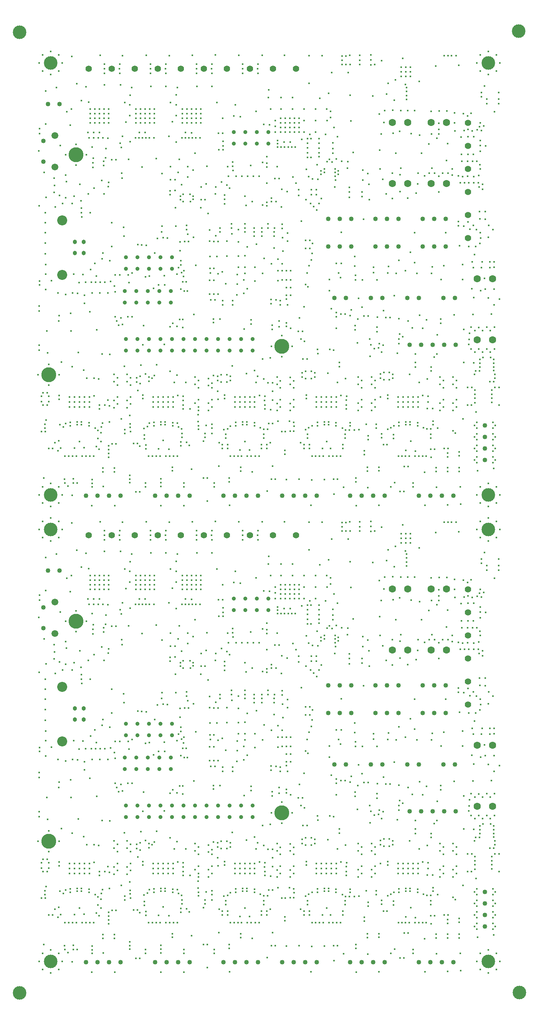
<source format=gbr>
G04 CAM350 V9.5 (Build 208) Date:  Tue Mar 07 15:27:19 2017 *
G04 Database: (Untitled) *
G04 Layer 1: drl *
%FSLAX24Y24*%
%MOIN*%
%SFA1.000B1.000*%

%MIA0B0*%
%IPPOS*%
%ADD10C,0.01500*%
%ADD11C,0.03543*%
%ADD12C,0.03800*%
%ADD13C,0.04000*%
%ADD14C,0.05500*%
%ADD15C,0.05900*%
%ADD16C,0.06300*%
%ADD17C,0.08700*%
%ADD18C,0.11811*%
%ADD19C,0.12992*%
%LNdrl*%
%LPD*%
G54D10*
X3339Y3339D03*
X3039Y4039D03*
X3339Y4739D03*
X3425Y5506D03*
X4039Y5039D03*
X4739Y4739D03*
X5259Y5079D03*
X5239Y5419D03*
X5979Y5439D03*
Y5089D03*
X6329D03*
X5509Y4829D03*
X5899Y4019D03*
X5039Y4039D03*
X4739Y3339D03*
X4039Y3039D03*
X7577Y3117D03*
X7629Y4749D03*
Y5069D03*
Y5389D03*
X8596Y4800D03*
X8559Y6069D03*
X9559D03*
X10889Y5749D03*
Y5429D03*
Y5109D03*
X11429Y4329D03*
X11759D03*
X12259Y4749D03*
Y5079D03*
X13579Y5119D03*
Y5439D03*
Y4799D03*
X13586Y3111D03*
X15589Y3124D03*
Y4749D03*
Y5079D03*
X16249Y6299D03*
X17289Y5529D03*
X17619D03*
X18209Y5089D03*
Y4759D03*
X19529Y5199D03*
Y5529D03*
X20539Y6119D03*
X21539Y6059D03*
X19554Y3155D03*
X17636Y3532D03*
X14589Y6139D03*
X9595Y3109D03*
X22839Y4388D03*
X23189Y5409D03*
X23519D03*
X24502Y5400D03*
X25583Y5405D03*
X26688Y5370D03*
X27806Y5404D03*
X28579Y5419D03*
X28909D03*
X29451Y4705D03*
X28631Y4105D03*
X30566Y3112D03*
X32532Y3147D03*
X31550Y4675D03*
X31539Y6109D03*
X32539Y6139D03*
X33889Y5129D03*
X33559Y4758D03*
X34349Y4339D03*
X34679D03*
X35489Y4749D03*
Y5079D03*
X36489Y6029D03*
X37489Y6089D03*
X37522Y4730D03*
X36515Y3138D03*
X30539Y5179D03*
Y5509D03*
X26624Y3150D03*
X38492Y3175D03*
X39619Y3248D03*
X39588Y4760D03*
X39489Y6099D03*
X38489Y6089D03*
X41099Y6159D03*
X42487Y6343D03*
X42039Y5039D03*
X42739Y4739D03*
X43039Y4039D03*
X42739Y3339D03*
X42039Y3039D03*
X41339Y3339D03*
X41039Y4039D03*
X41339Y4739D03*
X41009Y6839D03*
X40809Y7089D03*
X41019Y7339D03*
X41009Y7839D03*
X40809Y8089D03*
X41019Y8339D03*
X41009Y8839D03*
X40809Y9089D03*
X41019Y9339D03*
X41009Y9839D03*
X40809Y10089D03*
X41019Y10339D03*
X40962Y11244D03*
X40869Y12069D03*
Y12439D03*
Y12799D03*
Y13149D03*
X40579Y13399D03*
X40229D03*
X39259Y13349D03*
X38969Y13659D03*
X39259Y13973D03*
X38969Y14279D03*
X37819Y14283D03*
X38109Y13973D03*
X37819Y13659D03*
X38109Y13349D03*
Y12323D03*
X37819Y12013D03*
X38109Y11703D03*
X37819Y11389D03*
X38969D03*
X39259Y11703D03*
X38969Y12009D03*
X39259Y12323D03*
X40229Y11839D03*
X40569D03*
X39807Y10640D03*
X38949Y9629D03*
X39169Y9409D03*
X39489Y7779D03*
Y7449D03*
Y6429D03*
X38489Y6419D03*
Y7369D03*
Y7699D03*
X38519Y8099D03*
X38189D03*
X37609Y9859D03*
X42419Y9839D03*
X42629Y10089D03*
X42429Y10339D03*
Y9339D03*
X42629Y9089D03*
X42419Y8839D03*
X42429Y8339D03*
X42629Y8089D03*
X42419Y7839D03*
X42429Y7339D03*
X42629Y7089D03*
X42419Y6839D03*
X42309Y12099D03*
Y12439D03*
Y12789D03*
Y13139D03*
X42589Y13399D03*
X42959D03*
X42477Y13875D03*
X42157D03*
X42587Y14185D03*
Y14515D03*
X42497Y14845D03*
Y15165D03*
Y15485D03*
Y15805D03*
X42237Y15995D03*
X42199Y16449D03*
X41879Y16729D03*
X41539Y16449D03*
X41567Y15995D03*
X41287Y15815D03*
Y15485D03*
Y15155D03*
X41257Y14835D03*
X40937D03*
X40817Y14535D03*
X40746Y15537D03*
X39888Y15559D03*
X40539Y16719D03*
X40869Y16449D03*
X41206Y16725D03*
X40329Y17129D03*
X40349Y17559D03*
X40379Y18079D03*
X40539Y18605D03*
X40869Y18335D03*
X41206Y18599D03*
X41539Y18335D03*
X41879Y18605D03*
X42199Y18329D03*
X42549Y18605D03*
X42279Y19767D03*
X42513Y20566D03*
X42999Y21059D03*
X42040Y21154D03*
X41742Y21919D03*
X41354Y21796D03*
X40589Y21939D03*
X40743Y21204D03*
X40705Y19736D03*
X39056Y19692D03*
X37898Y19315D03*
X37886Y18946D03*
X39886Y18435D03*
X42546Y16725D03*
X42539Y21909D03*
X42949Y11839D03*
X37199Y11548D03*
X36719Y11549D03*
X36798Y12129D03*
Y12629D03*
X36326Y12674D03*
X35914Y12562D03*
Y12129D03*
Y11696D03*
X35481D03*
Y12129D03*
Y12562D03*
X35048D03*
Y12129D03*
Y11696D03*
X34615D03*
Y12129D03*
Y12562D03*
X34182D03*
Y12129D03*
Y11696D03*
X34265Y10339D03*
Y10069D03*
X33829D03*
X33569Y9899D03*
X33289Y9759D03*
X32749Y9339D03*
Y9009D03*
X32909Y8409D03*
X33209D03*
X33799Y8958D03*
Y9298D03*
X34869Y10139D03*
Y10399D03*
X35229D03*
X35239Y10139D03*
X35885Y10049D03*
Y10329D03*
X36395Y9889D03*
X36699Y9789D03*
X37015D03*
X37039Y9319D03*
Y8989D03*
X37035Y8021D03*
X37365D03*
X37049Y7329D03*
X36637Y7409D03*
X36310D03*
X35983D03*
X35657D03*
X35678Y7870D03*
X34853Y7905D03*
X34840Y7409D03*
X35167D03*
X34513D03*
X34209D03*
X34739Y6509D03*
X35069D03*
X35292Y8706D03*
X37219Y10159D03*
Y10469D03*
X36709Y14113D03*
X36029Y13829D03*
X35177Y14529D03*
X35688Y15148D03*
X35684Y15543D03*
X35687Y16294D03*
X34139Y16348D03*
X34250Y17199D03*
X34249Y17579D03*
X34333Y18029D03*
X34585Y17779D03*
X35413Y18542D03*
X36319Y18529D03*
X36653Y19245D03*
X36070Y19658D03*
X35057Y19171D03*
X34270Y19355D03*
X33478Y19468D03*
X33110Y19469D03*
X32377Y19495D03*
X31589Y19579D03*
X31209Y19588D03*
X30699Y19329D03*
X30470Y18762D03*
X30469Y18379D03*
X30659Y17254D03*
X31811Y17077D03*
X31719Y17599D03*
X32545Y17194D03*
X32490Y16831D03*
X32125Y16738D03*
X32749Y16449D03*
X32889Y17049D03*
X32371Y18236D03*
X32367Y18620D03*
X32907Y20038D03*
X31064Y20363D03*
X30768Y21134D03*
X30128Y20132D03*
X30020Y19628D03*
X29599Y19769D03*
X29219D03*
X28836Y19903D03*
X28819Y19529D03*
X28809Y18529D03*
X28596Y16634D03*
X28258Y16693D03*
X27185D03*
X27216Y16336D03*
X26303Y15851D03*
X25919Y15859D03*
X25869Y14649D03*
Y14299D03*
X26169Y14149D03*
X26649D03*
X26949Y14289D03*
Y14639D03*
X26649Y14789D03*
X26169D03*
X24829Y14269D03*
X25119Y13963D03*
X24829Y13649D03*
X25119Y13339D03*
Y12313D03*
X24829Y11999D03*
X25119Y11693D03*
X24829Y11379D03*
X24749Y10459D03*
X25139Y10339D03*
X25147Y10019D03*
X25139Y9599D03*
X24809D03*
X24389Y9539D03*
X24079D03*
X23749Y10459D03*
X23289Y10239D03*
X22959D03*
X22849Y9749D03*
X22519D03*
X22221Y9889D03*
X22509Y9319D03*
Y8979D03*
X22329Y8409D03*
X22319Y8099D03*
X22799D03*
Y8419D03*
X23079Y8599D03*
X24369Y7909D03*
Y7579D03*
X23299Y6539D03*
X22111Y7429D03*
X26009Y8099D03*
Y8419D03*
X25729Y8599D03*
X26489Y8409D03*
Y8099D03*
X26707Y7429D03*
X27033D03*
X27360D03*
X27687D03*
X28187D03*
X28523D03*
X28860D03*
X29197D03*
X29399Y8099D03*
Y8409D03*
X29589Y8979D03*
Y9319D03*
X29619Y9689D03*
X29959D03*
X30019Y10059D03*
Y10309D03*
X30399Y9689D03*
X30800Y9713D03*
X31429Y10189D03*
X32279Y10199D03*
Y9869D03*
X31589Y9179D03*
Y8849D03*
X31269Y7889D03*
Y7559D03*
X31539Y6439D03*
X32539Y6469D03*
X37489Y6419D03*
X37065Y14818D03*
X37069Y15159D03*
X37323Y16014D03*
X37542Y16278D03*
X37594Y17950D03*
X33861Y21359D03*
X28219Y21799D03*
X28374Y20206D03*
X26039Y20389D03*
X25616Y19415D03*
X25510Y18264D03*
X25893Y18262D03*
X25762Y17591D03*
X26047Y17396D03*
X24995Y16969D03*
X24873Y18536D03*
X24501Y18701D03*
X24502Y19001D03*
X23856Y19143D03*
X23858Y18670D03*
X23268Y18773D03*
X23263Y18422D03*
X24089Y17875D03*
Y16064D03*
X23079Y15969D03*
X22439Y15869D03*
X22539Y14131D03*
X22901Y13795D03*
X23289Y13789D03*
X23679Y13649D03*
X23969Y13339D03*
Y13963D03*
X23679Y14273D03*
X23289Y13039D03*
Y12289D03*
X23679Y12003D03*
X23969Y12313D03*
Y11693D03*
X23679Y11379D03*
X23109Y11459D03*
X22619Y11529D03*
Y11839D03*
X22579Y12269D03*
X22624Y12629D03*
X22157Y12684D03*
X21979Y14346D03*
X23184Y16969D03*
X23169Y20659D03*
Y21009D03*
X23589Y20999D03*
X23968Y20917D03*
X23969Y20549D03*
X24579D03*
X24479Y21059D03*
X24482Y21400D03*
X24851Y21401D03*
X28088Y14627D03*
X29089Y15179D03*
X29092Y15543D03*
X28939Y13829D03*
X29619Y14138D03*
X30739Y14283D03*
X31029Y13973D03*
X30739Y13659D03*
X31029Y13349D03*
Y12323D03*
X30739Y12013D03*
X31029Y11703D03*
X30739Y11389D03*
X31889D03*
X32179Y11703D03*
X31889Y12009D03*
X32179Y12323D03*
X32659Y12569D03*
X33301Y12719D03*
Y12409D03*
X33439Y14039D03*
X33739Y14179D03*
Y14529D03*
X33439Y14679D03*
X32959D03*
X32659Y14539D03*
Y14189D03*
X32959Y14039D03*
X32179Y13973D03*
X31889Y14279D03*
Y13659D03*
X32179Y13349D03*
X31749Y16089D03*
X29710Y12629D03*
X29699Y12279D03*
X29705Y11839D03*
Y11529D03*
X28826Y11696D03*
X28393D03*
X27960D03*
X27527D03*
X27093D03*
Y12129D03*
Y12562D03*
X27527D03*
Y12129D03*
X27960D03*
Y12562D03*
X28393D03*
Y12129D03*
X28826D03*
Y12562D03*
X29239Y12674D03*
X28797Y10329D03*
Y10049D03*
X29349Y9859D03*
X28141Y10139D03*
Y10399D03*
X27781D03*
Y10139D03*
X27177Y10069D03*
Y10339D03*
X26709Y10049D03*
X26439Y9899D03*
X26169Y9719D03*
X26319Y9319D03*
Y8979D03*
X27985Y8679D03*
X28324Y8096D03*
X27608Y8089D03*
X26212Y12409D03*
Y12719D03*
X21740Y12562D03*
Y12129D03*
Y11696D03*
X21307D03*
Y12129D03*
Y12562D03*
X20874D03*
Y12129D03*
Y11696D03*
X20441D03*
Y12129D03*
Y12562D03*
X20007D03*
Y12129D03*
Y11696D03*
X20091Y10339D03*
Y10069D03*
X19609Y10029D03*
X19379Y9799D03*
X19069Y9719D03*
X19239Y9319D03*
Y8979D03*
X19399Y8409D03*
Y8099D03*
X18929D03*
Y8419D03*
X18649Y8599D03*
X18039Y9399D03*
X18021Y9859D03*
Y10189D03*
X17529Y10079D03*
X16869Y10069D03*
Y9759D03*
X16809Y10419D03*
Y11019D03*
X16859Y11389D03*
Y11703D03*
X16569Y12013D03*
X16859Y12323D03*
Y13349D03*
X16569Y13659D03*
X16859Y13973D03*
X16569Y14283D03*
X15760Y13833D03*
X14759Y13829D03*
X14988Y14461D03*
X14390Y14773D03*
X13039Y14409D03*
X12819Y14189D03*
X12549Y14299D03*
Y13919D03*
X12259Y14569D03*
X11799Y14359D03*
X11499Y14219D03*
Y13869D03*
X11799Y13719D03*
X11584Y13125D03*
X12029Y12719D03*
Y12409D03*
X12916Y12562D03*
X13349D03*
X13782D03*
X14216D03*
X14649D03*
Y12129D03*
Y11696D03*
X14216D03*
Y12129D03*
X13782D03*
Y11696D03*
X13349D03*
Y12129D03*
X12916D03*
Y11696D03*
X12999Y10339D03*
Y10069D03*
X12589Y10289D03*
X12429Y9979D03*
X12119Y9819D03*
X12149Y9269D03*
Y8929D03*
X12289Y8389D03*
X12299Y8049D03*
X11769Y8279D03*
X11559Y8529D03*
X11229D03*
X10969Y9569D03*
X10939Y9929D03*
Y10229D03*
X10889Y10939D03*
X10669Y11629D03*
X10959Y11943D03*
X10669Y12249D03*
X10959Y12563D03*
Y13589D03*
X10669Y13899D03*
X10959Y14213D03*
X10669Y14519D03*
X10408Y15211D03*
X11852Y15328D03*
X13213Y15344D03*
X13875Y17105D03*
X12029Y17084D03*
X12094Y18768D03*
X11079Y19536D03*
X10735Y19529D03*
X10128Y19422D03*
X9630Y19506D03*
X9772Y19166D03*
X9914Y18798D03*
X10271Y18847D03*
X8033Y18401D03*
X7431Y19958D03*
X6969Y20679D03*
X6955Y21403D03*
X7608Y21585D03*
X8291Y21589D03*
X8986Y21595D03*
X9635Y21684D03*
X12972Y21978D03*
X15310Y21920D03*
X15613Y21760D03*
X15897Y21763D03*
X17829Y21489D03*
X18188Y21490D03*
X18556Y21489D03*
X18298Y20989D03*
X17929D03*
X18969Y20919D03*
Y20549D03*
X19810Y20548D03*
X19809Y20915D03*
X20206Y21437D03*
X20776Y21550D03*
X21101Y21952D03*
X21413Y19247D03*
X21409Y18889D03*
X20839Y18459D03*
X18734Y19311D03*
X18141Y19305D03*
X18149Y19023D03*
X16469Y19719D03*
X15498Y19278D03*
X15218Y19280D03*
X14992Y18681D03*
X15478Y18599D03*
X14403Y18670D03*
X14635Y18938D03*
X15065Y12674D03*
X15532Y12629D03*
X15519Y12249D03*
X15528Y11839D03*
Y11529D03*
X16124Y11535D03*
X17719Y11389D03*
X18009Y11703D03*
X17719Y12009D03*
X18009Y12323D03*
X18549Y12339D03*
X19128Y12419D03*
Y12729D03*
X18539Y13039D03*
X18009Y13349D03*
X18007Y13767D03*
X17731Y13544D03*
X17725Y14139D03*
X18161Y14406D03*
X18539Y14349D03*
Y13999D03*
X18839Y13849D03*
X19319D03*
X19619Y13989D03*
Y14339D03*
X19319Y14489D03*
X18839D03*
X19798Y15249D03*
X21026Y14591D03*
X21729Y14849D03*
X21859Y13829D03*
X21711Y10329D03*
Y10049D03*
X21055Y10139D03*
Y10399D03*
X20695D03*
Y10139D03*
X20882Y8701D03*
X21288Y7955D03*
X21437Y7429D03*
X21101D03*
X20601D03*
X20274D03*
X19947D03*
X19621D03*
X20448Y7958D03*
X20539Y6449D03*
X18629Y6554D03*
X17289Y8709D03*
X17429Y9069D03*
Y9399D03*
X15409Y9389D03*
Y9049D03*
X15319Y8659D03*
Y8309D03*
X16059Y8369D03*
X15809Y8619D03*
X15399Y9789D03*
X15119Y9969D03*
X15029Y10289D03*
X14619Y10329D03*
Y10049D03*
X13964Y10139D03*
Y10399D03*
X13604D03*
Y10139D03*
X13781Y8777D03*
X13382Y8045D03*
X13509Y7429D03*
X13183D03*
X12856D03*
X12529D03*
X14009D03*
X14346D03*
X14683D03*
X15019D03*
X14305Y8010D03*
X14589Y6469D03*
X9559Y6389D03*
X8559D03*
X9049Y7319D03*
Y7649D03*
Y7979D03*
Y8329D03*
X9369Y8489D03*
X9699D03*
X8381Y8699D03*
X8139Y8941D03*
X8119Y9639D03*
X8379Y9439D03*
X8439Y9939D03*
X8539Y10279D03*
X9118Y10399D03*
X10169Y10649D03*
X10459Y9709D03*
Y9379D03*
X7879Y9869D03*
X7351Y10049D03*
Y10329D03*
X6695Y10399D03*
Y10139D03*
X6509Y8696D03*
X6923Y8138D03*
X6759Y7429D03*
X7096D03*
X7433D03*
X7769D03*
X7991Y8259D03*
X8231Y8019D03*
X8259Y11529D03*
Y11839D03*
X8739Y11856D03*
X9119Y11779D03*
X9519Y11629D03*
X9809Y11943D03*
X9519Y12253D03*
X8989Y12289D03*
X9809Y12563D03*
Y13589D03*
X9519Y13899D03*
X9809Y14213D03*
X9519Y14523D03*
X8179Y14134D03*
X7799Y14179D03*
X7154Y14184D03*
X6886Y14878D03*
X6419Y16423D03*
X8486Y16295D03*
X9169Y16258D03*
X7789Y12669D03*
X7380Y12562D03*
X6947D03*
X6514D03*
Y12129D03*
Y11696D03*
X6947D03*
Y12129D03*
X7380D03*
Y11696D03*
X21774Y7429D03*
X6241D03*
X5914D03*
X5588D03*
X5261D03*
X4669Y7879D03*
X4899Y8122D03*
X4189Y8079D03*
X3859D03*
X4399Y8599D03*
X4709Y8758D03*
X4819Y10159D03*
X5109Y9939D03*
X5319Y10239D03*
X5731Y10339D03*
Y10069D03*
X6335Y10139D03*
Y10399D03*
X6081Y11696D03*
X5648D03*
Y12129D03*
Y12562D03*
X6081D03*
Y12129D03*
X4759Y12369D03*
Y12679D03*
X3858Y12622D03*
X3718Y12922D03*
X3368D03*
X3218Y12622D03*
Y12142D03*
X3358Y11842D03*
X3708D03*
X3858Y12142D03*
X3844Y13590D03*
Y15401D03*
X3758Y16404D03*
X3021Y16629D03*
Y17059D03*
X3677Y18277D03*
X4731Y19169D03*
X4751Y19609D03*
X5750Y19821D03*
X5787Y18277D03*
X5887Y15199D03*
X4965Y15573D03*
X4749Y14496D03*
X2938D03*
X3609Y10539D03*
X3519Y10189D03*
Y9869D03*
X3559Y9539D03*
X3239D03*
X6092Y8120D03*
X5921Y21589D03*
X6341Y21569D03*
X5311Y21449D03*
X4662Y21579D03*
X3605Y21886D03*
X3021Y20459D03*
Y20019D03*
X3041Y22284D03*
X3049Y22629D03*
X4106Y22661D03*
X3575Y23222D03*
X3586Y24065D03*
X3572Y24982D03*
X3564Y25922D03*
Y26826D03*
X3573Y27703D03*
X3566Y28560D03*
X3019Y29159D03*
X3619Y29903D03*
X4339Y30322D03*
X4343Y30931D03*
X4329Y31550D03*
X5316Y31807D03*
X5391Y31238D03*
X5336Y29838D03*
X4796Y30063D03*
X5055Y29340D03*
X5887Y29346D03*
X6044Y30004D03*
X4429Y29039D03*
X3447Y32058D03*
X2989Y33929D03*
X3059Y35429D03*
Y35859D03*
X3580Y36248D03*
X5729Y36142D03*
X5412Y37322D03*
X5814Y37554D03*
X6229Y34495D03*
X4841Y34374D03*
X5324Y33589D03*
X6229Y32684D03*
X6028Y23208D03*
X6825Y23188D03*
X7057Y22511D03*
X7573Y22510D03*
X7933Y22511D03*
X8317Y22510D03*
X8711Y22520D03*
X9223Y22590D03*
X9569Y22179D03*
X9609Y23162D03*
X10013Y23140D03*
X10768Y23148D03*
X11078Y23325D03*
X10819Y22479D03*
X12267Y22984D03*
X12604Y23063D03*
X13893Y23077D03*
X13908Y22274D03*
X13399Y22289D03*
X15488Y22546D03*
X15792D03*
X15572Y23033D03*
X15377Y23341D03*
X15579Y23535D03*
X15111Y23797D03*
X15332Y24019D03*
X15319Y24379D03*
X15257Y25239D03*
X15247Y26023D03*
X15653Y26048D03*
X16006Y26047D03*
X15939Y26699D03*
X15829Y27089D03*
Y27469D03*
X14874Y27400D03*
X13695Y27378D03*
X13669Y26889D03*
X13792Y26380D03*
X14160Y26359D03*
X13298Y26319D03*
X13061Y25063D03*
X12329Y25719D03*
X11931Y25757D03*
X11581Y25786D03*
X10376Y26510D03*
X10362Y27303D03*
X9339Y27699D03*
X9329Y25619D03*
X8551Y25066D03*
X8501Y24566D03*
X9169Y24386D03*
X7859Y24149D03*
X7482Y23628D03*
X7982Y23051D03*
X6505Y22502D03*
X6729Y28198D03*
X6679Y28568D03*
X6699Y28938D03*
X6654Y29572D03*
X7292Y30191D03*
X7774Y30677D03*
X8445Y31357D03*
X9049Y31189D03*
X9019Y30809D03*
X8669Y30199D03*
X8634Y32665D03*
X8640Y33008D03*
X8791Y33329D03*
X9312Y33155D03*
X9694Y33146D03*
X10784Y33200D03*
X10149Y34220D03*
X10055Y34587D03*
X10272Y35187D03*
X10940Y34705D03*
X11404Y35061D03*
X11699Y35059D03*
X11994D03*
X12289D03*
X12585D03*
X12989Y35049D03*
X12229Y35519D03*
X11739Y35509D03*
X11839Y36360D03*
X12239D03*
Y36760D03*
Y37160D03*
Y37560D03*
X11839D03*
Y37160D03*
Y36760D03*
X11439D03*
Y36360D03*
Y37160D03*
Y37560D03*
X10899Y36999D03*
X10557Y36437D03*
X9054Y36360D03*
X8654D03*
Y36760D03*
X9054D03*
Y37160D03*
X8654D03*
Y37560D03*
X9054D03*
X8254D03*
X7854D03*
X7454D03*
Y37160D03*
X7854D03*
Y36760D03*
X7454D03*
Y36360D03*
X7854D03*
X8254D03*
Y36760D03*
Y37160D03*
X8249Y35509D03*
X7759D03*
Y35059D03*
X7359D03*
X7260Y35513D03*
X8159Y35059D03*
X8559D03*
X9004Y35036D03*
X8830Y34119D03*
X7615Y34258D03*
X7719Y33283D03*
X7704Y32888D03*
X7699Y32504D03*
X7135Y33589D03*
X6556Y31031D03*
X7459Y28568D03*
X10209Y31557D03*
X10205Y31974D03*
X11949Y32529D03*
X13178Y33245D03*
X13679Y31949D03*
X14407Y31420D03*
X14813Y31418D03*
X15083Y32038D03*
X14412Y32538D03*
X15184Y33190D03*
X15921Y32561D03*
X16393Y32248D03*
X15914Y31663D03*
X15396Y30995D03*
X15527Y30168D03*
X15297Y29988D03*
Y29698D03*
X15537Y29528D03*
X16149Y29529D03*
X16379Y29709D03*
Y29999D03*
X16139Y30169D03*
X17077Y29693D03*
X17432Y29695D03*
X17067Y28992D03*
X17680Y28480D03*
X17839Y27062D03*
X17819Y26077D03*
X18189Y26071D03*
X18558D03*
X18365Y26552D03*
X18729Y26877D03*
X18730Y27236D03*
X19715Y27234D03*
X19714Y27591D03*
X19744Y26711D03*
X20315Y27083D03*
X20890Y27235D03*
X20887Y26889D03*
X20899Y27579D03*
X21683Y27233D03*
Y26878D03*
X21686Y26529D03*
X21878Y25821D03*
X21105Y25602D03*
X20888Y24807D03*
X20320Y24783D03*
X20314Y23815D03*
X20902Y23837D03*
X20891Y23303D03*
X20778Y22716D03*
X20207Y22367D03*
X20217Y23204D03*
X18936Y23416D03*
X18559Y23243D03*
X17891Y23309D03*
X17873Y23715D03*
X18187Y23716D03*
X18188Y22680D03*
X17821Y22681D03*
X19235Y22383D03*
X19318Y24789D03*
X18465Y24770D03*
X17853Y24768D03*
X16637Y24002D03*
X15000Y23205D03*
X16429Y26419D03*
X19325Y26072D03*
X20315Y26013D03*
X21751Y23837D03*
X21768Y22624D03*
X21508Y29506D03*
X21002Y29193D03*
X20895Y29999D03*
X19130Y30075D03*
Y29722D03*
X19109Y29309D03*
X18319Y30179D03*
X18356Y30794D03*
X18869Y31224D03*
X19312Y30959D03*
X19549Y30679D03*
X19461Y31705D03*
X20129Y31719D03*
X20632Y31722D03*
X21126D03*
X21627Y31719D03*
X21378Y32648D03*
X19840Y32582D03*
X19842Y32234D03*
X19838Y32942D03*
X19402Y32553D03*
X17593Y32574D03*
X17529Y31068D03*
X17103Y30777D03*
X14807Y30472D03*
X14396Y30468D03*
X14398Y30122D03*
X14848Y29002D03*
X14939Y34699D03*
X15429Y35069D03*
X15724D03*
X16020D03*
X16315D03*
X16610D03*
X16999Y35057D03*
X16259Y35499D03*
X15729Y35509D03*
X15849Y36360D03*
Y36760D03*
Y37160D03*
Y37560D03*
X15449D03*
Y37160D03*
Y36760D03*
Y36360D03*
X16249D03*
X16649D03*
X17049D03*
Y36760D03*
X16649D03*
Y37160D03*
X17049D03*
Y37560D03*
X16649D03*
X16249D03*
Y37160D03*
Y36760D03*
X14909Y36999D03*
X14593Y36447D03*
X14287Y35197D03*
X13039Y36360D03*
Y36760D03*
Y37160D03*
Y37560D03*
X12639D03*
Y37160D03*
Y36760D03*
Y36360D03*
X16544Y33706D03*
X18626Y34025D03*
X18983Y34022D03*
X18981Y34367D03*
X18980Y34738D03*
X18961Y35439D03*
X18581Y35449D03*
X18951Y36739D03*
X19926Y36966D03*
X20481Y36880D03*
X21857Y37343D03*
X23119Y37539D03*
X24039D03*
X24004Y36760D03*
Y36360D03*
Y35960D03*
Y35560D03*
X24404D03*
X24804D03*
Y35960D03*
Y36360D03*
Y36760D03*
X24404D03*
Y36360D03*
Y35960D03*
X25204D03*
Y36360D03*
Y36760D03*
X25604D03*
Y36360D03*
Y35960D03*
Y35560D03*
X25204D03*
X26039Y35539D03*
X26529Y35359D03*
X26609Y34999D03*
X26319D03*
Y34587D03*
Y34174D03*
Y33762D03*
Y33349D03*
X26609Y33339D03*
X27329Y33429D03*
Y33752D03*
Y34164D03*
Y34577D03*
Y34989D03*
X27039Y35539D03*
Y36539D03*
Y37539D03*
X27999Y37549D03*
X28329Y37369D03*
Y36829D03*
X28039Y36539D03*
X28609Y35959D03*
X28919Y35159D03*
X28539Y34609D03*
Y34129D03*
Y33709D03*
X28829Y33229D03*
X28469Y32969D03*
X28019Y32979D03*
X28239Y33199D03*
X29287Y33025D03*
X29809Y32979D03*
X29799Y32429D03*
X28989Y32199D03*
Y31889D03*
X28709Y32039D03*
X28712Y31731D03*
X28769Y31379D03*
X28699Y30798D03*
X29949Y30759D03*
Y30359D03*
Y29879D03*
X31069Y29949D03*
Y30369D03*
X31139Y31399D03*
X31129Y32249D03*
X31559Y31939D03*
X31669Y31009D03*
X31699Y29689D03*
X33169Y30199D03*
X33689Y29799D03*
X34349Y30389D03*
X35029Y29809D03*
X35749Y30249D03*
X35899Y31069D03*
X35929Y31999D03*
X36489Y31769D03*
X36889Y31979D03*
X37369Y31989D03*
X37132Y32421D03*
X36231Y33727D03*
X36849Y34529D03*
X37079Y35399D03*
X37559Y35029D03*
X36070Y35303D03*
X35315Y35432D03*
X34329Y35629D03*
X33741Y35471D03*
X32728Y35395D03*
X32959Y36379D03*
X33009Y37409D03*
X32555Y37116D03*
X33709Y37459D03*
X34419Y37429D03*
X35019D03*
X35629Y37409D03*
X37059Y37369D03*
X33974Y33730D03*
X32606Y33974D03*
X32639Y32349D03*
X32869Y31439D03*
X33689Y31979D03*
X34369Y31839D03*
X34434Y32424D03*
X30289Y33786D03*
X30097Y36537D03*
X27899Y35369D03*
X25814Y34928D03*
X24809Y34699D03*
X24289D03*
X24337Y34249D03*
X24641D03*
X24945D03*
X25249D03*
X24033D03*
X23729D03*
Y34539D03*
Y34829D03*
X23539Y35539D03*
X23529Y36059D03*
X23539Y36539D03*
X23009Y36199D03*
X22514Y36206D03*
X22795Y33405D03*
X22792Y32857D03*
X22789Y32509D03*
X22418Y32913D03*
X22130Y31727D03*
X22793Y31123D03*
X23489Y31525D03*
X23867Y31527D03*
X24104Y30575D03*
X24552Y30380D03*
X25559Y30539D03*
Y30049D03*
X26202Y29686D03*
X26596Y29342D03*
X26850Y29085D03*
X27136Y28789D03*
X27323Y29350D03*
X27530Y29793D03*
X27077Y30128D03*
Y30561D03*
X26644D03*
Y30128D03*
X26743Y31478D03*
X26438Y31685D03*
X26240Y32333D03*
X27159Y32719D03*
X27489Y32199D03*
Y31889D03*
X27779Y32049D03*
Y32359D03*
X28712Y32351D03*
X27237Y31453D03*
X25315Y31110D03*
X25065Y31639D03*
X23676Y32549D03*
X23589Y29510D03*
X23189Y29509D03*
X23185Y29837D03*
X22789Y29459D03*
Y29149D03*
X22409Y29229D03*
X24055Y29045D03*
X24127Y27544D03*
X24129Y27189D03*
X23442Y27234D03*
X23433Y26880D03*
X23432Y26529D03*
X24159Y26372D03*
X24589Y26089D03*
Y26777D03*
X24201Y25226D03*
X23418Y25503D03*
X23743Y24516D03*
X24114Y24117D03*
X24111Y23523D03*
X24478Y23522D03*
X24851D03*
X24850Y22730D03*
X24481Y22729D03*
X24110Y22713D03*
X23743Y22660D03*
X23742Y23522D03*
X23175Y24113D03*
X22552Y24574D03*
X22431Y23272D03*
X24481Y22049D03*
X24851Y22047D03*
X26360Y22116D03*
X26161Y22317D03*
X26305Y23323D03*
X26469Y23938D03*
X26669Y24459D03*
X26729Y25019D03*
X26508Y25467D03*
X26153Y25468D03*
X26152Y26155D03*
X26511Y26153D03*
X26760Y25903D03*
X25805Y27824D03*
X22881Y27586D03*
Y27236D03*
X22368Y27235D03*
X22367Y26882D03*
X22369Y26533D03*
X29258Y26840D03*
X29264Y24144D03*
X28835Y24149D03*
X29019Y23305D03*
X29185Y22917D03*
X28218Y22748D03*
X30483Y22737D03*
X30490Y23115D03*
X30440Y23919D03*
X30437Y24745D03*
X32061Y23823D03*
X32071Y23342D03*
X32370Y22736D03*
X31104Y22735D03*
X33300Y23305D03*
X33342Y23877D03*
X34029Y23289D03*
X34827Y23528D03*
X35835Y23288D03*
X35634Y24229D03*
X35257Y25132D03*
X34245Y24406D03*
X37154Y23852D03*
X37077Y23273D03*
X35614Y26809D03*
X31178Y28001D03*
X26039Y36539D03*
Y37539D03*
X25039D03*
X37749Y37389D03*
X38439Y37379D03*
X39089Y37209D03*
X39849Y37169D03*
X40239Y36969D03*
X40509Y37199D03*
X41309Y36369D03*
X41269Y36019D03*
X41629Y36089D03*
X41439Y35699D03*
X41069Y35739D03*
X40619Y35669D03*
X40249Y35779D03*
X39909Y35699D03*
X39669Y35129D03*
X40249Y35139D03*
X40749Y35149D03*
X41339Y34819D03*
Y34379D03*
Y33899D03*
X40739Y33629D03*
X40269Y33619D03*
X39699D03*
X39739Y33029D03*
X40239D03*
X40648Y33035D03*
X41019Y33019D03*
X41281Y32722D03*
X41309Y32369D03*
X41191Y31786D03*
X40769Y31699D03*
X40239Y31719D03*
X39779Y31699D03*
X39409Y31739D03*
X38889Y31809D03*
X38539Y31989D03*
X38069D03*
X37729Y31719D03*
X37709Y30359D03*
X39578Y31151D03*
X39968Y31148D03*
X40339Y31151D03*
X40757Y31155D03*
X41169Y31158D03*
X41208Y30781D03*
X41531Y30590D03*
X41525Y31015D03*
X41769Y28659D03*
X41259Y28649D03*
X41289Y28019D03*
X41759Y27989D03*
X42069Y27469D03*
X42429Y27079D03*
X42011Y26412D03*
X41369Y26359D03*
X41319Y26829D03*
X40999Y27099D03*
X40439Y27109D03*
X40739Y27459D03*
X40249Y27749D03*
X39899Y27399D03*
X39429Y27409D03*
X39439Y27799D03*
X38319Y26832D03*
X39535Y25681D03*
X40329Y25619D03*
X40909Y25629D03*
X41279Y25889D03*
X40821Y24918D03*
X40639Y24289D03*
X40709Y23799D03*
X41437Y23789D03*
X41489Y24289D03*
X42159Y24299D03*
X42539D03*
Y23809D03*
X42146Y23799D03*
X41683Y22845D03*
X39781Y22753D03*
Y24064D03*
X38170Y23939D03*
X37920Y22749D03*
X38899Y32369D03*
X38406Y33084D03*
X38477Y34560D03*
X37729Y35396D03*
Y35799D03*
Y36325D03*
X39099Y36359D03*
X39119Y35659D03*
X41802Y34353D03*
X42554Y37308D03*
X42939Y38009D03*
Y38409D03*
Y38999D03*
X41415Y38996D03*
X41424Y38616D03*
X41895Y38406D03*
Y38006D03*
X41705Y39546D03*
X42039Y40539D03*
X41339Y40839D03*
X41039Y41539D03*
X41339Y42239D03*
X42039Y42539D03*
X42739Y42239D03*
X43039Y41539D03*
X42739Y40839D03*
Y43839D03*
X43039Y44539D03*
X42739Y45239D03*
X42039Y45539D03*
X41339Y45239D03*
X41039Y44539D03*
X41339Y43839D03*
X42039Y43539D03*
X39619Y43748D03*
X38492Y43675D03*
X38521Y42178D03*
X38205Y42177D03*
X38840D03*
X39229Y42174D03*
X39459Y41339D03*
X39588Y45260D03*
X39489Y46599D03*
Y46929D03*
X38489Y46919D03*
Y46589D03*
Y47869D03*
Y48199D03*
X38519Y48599D03*
X38189D03*
X39489Y48279D03*
Y47949D03*
X41019Y47839D03*
X40809Y47589D03*
X41009Y47339D03*
X41099Y46659D03*
X42487Y46843D03*
X42419Y47339D03*
X42629Y47589D03*
X42429Y47839D03*
X42419Y48339D03*
X42629Y48589D03*
X42429Y48839D03*
X42419Y49339D03*
X42629Y49589D03*
X42429Y49839D03*
X42419Y50339D03*
X42629Y50589D03*
X42429Y50839D03*
X41019D03*
X40809Y50589D03*
X41009Y50339D03*
X41019Y49839D03*
X40809Y49589D03*
X41009Y49339D03*
X41019Y48839D03*
X40809Y48589D03*
X41009Y48339D03*
X39169Y49909D03*
X38949Y50129D03*
X37609Y50359D03*
X37819Y51889D03*
X38109Y52203D03*
X37819Y52513D03*
X38109Y52823D03*
X39259D03*
X38969Y52509D03*
X39259Y52203D03*
X38969Y51889D03*
X39807Y51140D03*
X40229Y52339D03*
X40569D03*
X40869Y52569D03*
Y52939D03*
X40962Y51744D03*
X42309Y52599D03*
Y52939D03*
X42949Y52339D03*
X37199Y52048D03*
X36719Y52049D03*
X36798Y52629D03*
Y53129D03*
X36326Y53174D03*
X35914Y53062D03*
Y52629D03*
Y52196D03*
X35481D03*
Y52629D03*
Y53062D03*
X35048D03*
Y52629D03*
Y52196D03*
X34615D03*
Y52629D03*
Y53062D03*
X34182D03*
Y52629D03*
Y52196D03*
X34265Y50839D03*
Y50569D03*
X33829D03*
X33569Y50399D03*
X33289Y50259D03*
X32749Y49839D03*
Y49509D03*
X32909Y48909D03*
X33209D03*
X33799Y49458D03*
Y49798D03*
X34869Y50639D03*
Y50899D03*
X35229D03*
X35239Y50639D03*
X35885Y50549D03*
Y50829D03*
X36395Y50389D03*
X36699Y50289D03*
X37015D03*
X37039Y49819D03*
Y49489D03*
X37035Y48521D03*
X37365D03*
X37049Y47829D03*
X36637Y47909D03*
X36310D03*
X35983D03*
X35657D03*
X35678Y48370D03*
X34853Y48405D03*
X34840Y47909D03*
X35167D03*
X34513D03*
X34209D03*
X34739Y47009D03*
X35069D03*
X35489Y45579D03*
Y45249D03*
X34679Y44839D03*
X34349D03*
X33559Y45258D03*
X33889Y45629D03*
X32539Y46639D03*
Y46969D03*
X31539Y46939D03*
Y46609D03*
X31550Y45175D03*
X30539Y45679D03*
Y46009D03*
X28909Y45919D03*
X28579D03*
X27806Y45904D03*
X26688Y45870D03*
X25583Y45905D03*
X24502Y45900D03*
X23519Y45909D03*
X23189D03*
X23299Y47039D03*
X22799Y48599D03*
Y48919D03*
X23079Y49099D03*
X22329Y48909D03*
X22319Y48599D03*
X22111Y47929D03*
X22509Y49479D03*
Y49819D03*
X22519Y50249D03*
X22849D03*
X22959Y50739D03*
X23289D03*
X23749Y50959D03*
X23679Y51879D03*
X23969Y52193D03*
X23679Y52503D03*
X23969Y52813D03*
X23289Y52789D03*
X22579Y52769D03*
X22624Y53129D03*
X22157Y53184D03*
X22619Y52339D03*
Y52029D03*
X23109Y51959D03*
X24829Y51879D03*
X25119Y52193D03*
X24829Y52499D03*
X25119Y52813D03*
X26212Y52909D03*
Y53219D03*
X27093Y53062D03*
Y52629D03*
Y52196D03*
X27527D03*
Y52629D03*
Y53062D03*
X27960D03*
Y52629D03*
Y52196D03*
X28393D03*
Y52629D03*
Y53062D03*
X28826D03*
Y52629D03*
Y52196D03*
X29705Y52339D03*
Y52029D03*
X29699Y52779D03*
X29710Y53129D03*
X29239Y53174D03*
X31029Y52823D03*
X30739Y52513D03*
X31029Y52203D03*
X30739Y51889D03*
X31889D03*
X32179Y52203D03*
X31889Y52509D03*
X32179Y52823D03*
X32659Y53069D03*
X33301Y53219D03*
Y52909D03*
X32279Y50699D03*
Y50369D03*
X31429Y50689D03*
X30800Y50213D03*
X30399Y50189D03*
X29959D03*
X29619D03*
X29589Y49819D03*
Y49479D03*
X29399Y48909D03*
Y48599D03*
X29197Y47929D03*
X28860D03*
X28523D03*
X28187D03*
X27687D03*
X27360D03*
X27033D03*
X26707D03*
X26489Y48599D03*
Y48909D03*
X26009Y48919D03*
Y48599D03*
X25729Y49099D03*
X26319Y49479D03*
Y49819D03*
X26169Y50219D03*
X26439Y50399D03*
X26709Y50549D03*
X27177Y50569D03*
Y50839D03*
X27781Y50899D03*
Y50639D03*
X28141D03*
Y50899D03*
X28797Y50829D03*
Y50549D03*
X29349Y50359D03*
X30019Y50559D03*
Y50809D03*
X31589Y49679D03*
Y49349D03*
X31269Y48389D03*
Y48059D03*
X28324Y48596D03*
X27608Y48589D03*
X27985Y49179D03*
X25139Y50099D03*
X24809D03*
X24389Y50039D03*
X24079D03*
X25147Y50519D03*
X25139Y50839D03*
X24749Y50959D03*
X24369Y48409D03*
Y48079D03*
X22221Y50389D03*
X22839Y44888D03*
X22378Y42206D03*
X22019Y41459D03*
X21999Y41049D03*
X22009Y40659D03*
X22959Y39219D03*
X22919Y38559D03*
X24039Y38539D03*
X25019Y38559D03*
X27379Y38489D03*
X28160Y38914D03*
X30026Y38752D03*
X31993Y38690D03*
X33179Y38859D03*
X33319Y39779D03*
X33973Y40104D03*
X34459Y40390D03*
Y40784D03*
Y41177D03*
X34853D03*
X35246D03*
Y40784D03*
Y40390D03*
X34853D03*
Y40784D03*
X34817Y39689D03*
X34909Y39419D03*
Y39079D03*
Y38729D03*
Y38399D03*
X33849Y38309D03*
X36018Y39959D03*
X37459Y41289D03*
X36515Y43638D03*
X37522Y45230D03*
X37489Y46589D03*
Y46919D03*
X36489Y46529D03*
X35292Y49206D03*
X37219Y50659D03*
Y50969D03*
X34582Y41964D03*
X32749Y41752D03*
X32169Y41409D03*
X31819Y41399D03*
Y41819D03*
X31809Y42249D03*
X30869Y42219D03*
Y41799D03*
Y41409D03*
X30019Y41419D03*
X29649D03*
X29319D03*
X29309Y41779D03*
X29319Y42149D03*
X29649D03*
X29999Y42219D03*
X29852Y40718D03*
X28434Y40705D03*
X27589Y42179D03*
X26444Y42201D03*
X26624Y43650D03*
X28631Y44605D03*
X29451Y45205D03*
X30566Y43612D03*
X32532Y43647D03*
X24340Y42206D03*
X26456Y39785D03*
X20679Y40669D03*
Y41049D03*
Y41439D03*
X20355Y42227D03*
X18319Y42255D03*
X18019Y41459D03*
X17999Y41049D03*
X18009Y40659D03*
X18019Y39509D03*
X16719Y39529D03*
X16679Y40669D03*
Y41049D03*
Y41439D03*
X16339Y42231D03*
X14328Y42199D03*
X14019Y41459D03*
X13999Y41049D03*
X14009Y40659D03*
X14019Y39509D03*
X15009Y39409D03*
X14919Y38779D03*
X14909Y37909D03*
X14434Y38129D03*
X12719Y39529D03*
X12679Y40669D03*
Y41049D03*
Y41439D03*
X12311Y42211D03*
X10270Y42177D03*
X10019Y41459D03*
X9999Y41049D03*
X10009Y40659D03*
X10082Y39649D03*
X11059Y39429D03*
X10929Y38759D03*
X10899Y37909D03*
X10449Y38129D03*
X7309Y38149D03*
X6699Y38279D03*
X7099Y39489D03*
X8695Y39640D03*
X8679Y40669D03*
Y41049D03*
Y41439D03*
X8340Y42223D03*
X7577Y43617D03*
X7629Y45249D03*
Y45569D03*
Y45889D03*
X8596Y45300D03*
X8559Y46569D03*
Y46889D03*
X9559D03*
Y46569D03*
X10889Y46249D03*
Y45929D03*
Y45609D03*
X11429Y44829D03*
X11759D03*
X12259Y45249D03*
Y45579D03*
X13579Y45619D03*
Y45939D03*
Y45299D03*
X13586Y43611D03*
X15589Y43624D03*
Y45249D03*
Y45579D03*
X16249Y46799D03*
X17289Y46029D03*
X17619D03*
X18209Y45589D03*
Y45259D03*
X19529Y45699D03*
Y46029D03*
X20539Y46619D03*
Y46949D03*
X20601Y47929D03*
X20274D03*
X19947D03*
X19621D03*
X19399Y48599D03*
Y48909D03*
X18929Y48919D03*
Y48599D03*
X18649Y49099D03*
X19239Y49479D03*
Y49819D03*
X19069Y50219D03*
X19379Y50299D03*
X19609Y50529D03*
X20091Y50569D03*
Y50839D03*
X20695Y50899D03*
Y50639D03*
X21055D03*
Y50899D03*
X21711Y50829D03*
Y50549D03*
X21740Y52196D03*
Y52629D03*
Y53062D03*
X21307D03*
Y52629D03*
Y52196D03*
X20874D03*
Y52629D03*
Y53062D03*
X20441D03*
Y52629D03*
Y52196D03*
X20007D03*
Y52629D03*
Y53062D03*
X19128Y52919D03*
X18549Y52839D03*
X18009Y52823D03*
X17719Y52509D03*
X18009Y52203D03*
X17719Y51889D03*
X16859D03*
Y52203D03*
X16569Y52513D03*
X16859Y52823D03*
X16809Y51519D03*
Y50919D03*
X16869Y50569D03*
Y50259D03*
X17429Y49899D03*
Y49569D03*
X17289Y49209D03*
X18039Y49899D03*
X18021Y50359D03*
Y50689D03*
X17529Y50579D03*
X15399Y50289D03*
X15409Y49889D03*
Y49549D03*
X15319Y49159D03*
Y48809D03*
X16059Y48869D03*
X15809Y49119D03*
X15019Y47929D03*
X14683D03*
X14346D03*
X14009D03*
X13509D03*
X13183D03*
X12856D03*
X12529D03*
X12299Y48549D03*
X12289Y48889D03*
X11769Y48779D03*
X11559Y49029D03*
X11229D03*
X10969Y50069D03*
X10939Y50429D03*
Y50729D03*
X10889Y51439D03*
X10669Y52129D03*
X10959Y52443D03*
X10669Y52749D03*
X10959Y53063D03*
X9809D03*
X9519Y52753D03*
X8989Y52789D03*
X9119Y52279D03*
X8739Y52356D03*
X8259Y52339D03*
Y52029D03*
X7380Y52196D03*
X6947D03*
X6514D03*
Y52629D03*
Y53062D03*
X6947D03*
Y52629D03*
X7380D03*
Y53062D03*
X7789Y53169D03*
X9809Y52443D03*
X9519Y52129D03*
X10169Y51149D03*
X10459Y50209D03*
Y49879D03*
X9699Y48989D03*
X9369D03*
X9049Y48829D03*
Y48479D03*
Y48149D03*
Y47819D03*
X7769Y47929D03*
X7433D03*
X7096D03*
X6759D03*
X6923Y48638D03*
X6509Y49196D03*
X6695Y50639D03*
Y50899D03*
X7351Y50829D03*
Y50549D03*
X7879Y50369D03*
X8119Y50139D03*
X8379Y49939D03*
X8439Y50439D03*
X8539Y50779D03*
X9118Y50899D03*
X8381Y49199D03*
X8139Y49441D03*
X7991Y48759D03*
X8231Y48519D03*
X12149Y49429D03*
Y49769D03*
X12119Y50319D03*
X12429Y50479D03*
X12589Y50789D03*
X12999Y50839D03*
Y50569D03*
X13604Y50639D03*
Y50899D03*
X13964D03*
Y50639D03*
X14619Y50549D03*
Y50829D03*
X15029Y50789D03*
X15119Y50469D03*
X15528Y52029D03*
Y52339D03*
X15519Y52749D03*
X15532Y53129D03*
X15065Y53174D03*
X14649Y53062D03*
Y52629D03*
Y52196D03*
X14216D03*
Y52629D03*
Y53062D03*
X13782D03*
Y52629D03*
Y52196D03*
X13349D03*
Y52629D03*
Y53062D03*
X12916D03*
Y52629D03*
Y52196D03*
X12029Y52909D03*
Y53219D03*
X16124Y52035D03*
X13781Y49277D03*
X13382Y48545D03*
X14305Y48510D03*
X14589Y46969D03*
Y46639D03*
X18629Y47054D03*
X20448Y48458D03*
X21288Y48455D03*
X21437Y47929D03*
X21101D03*
X21774D03*
X21539Y46559D03*
X20882Y49201D03*
X19554Y43655D03*
X17636Y44032D03*
X18444Y38129D03*
X20059Y37909D03*
X9595Y43609D03*
X5899Y44519D03*
X5039Y44539D03*
X4739Y43839D03*
X4039Y43539D03*
Y42539D03*
X4739Y42239D03*
X5039Y41539D03*
X4739Y40839D03*
X4039Y40539D03*
X3339Y40839D03*
X3039Y41539D03*
X3339Y42239D03*
Y43839D03*
X3039Y44539D03*
X3339Y45239D03*
X3425Y46006D03*
X4039Y45539D03*
X4739Y45239D03*
X5259Y45579D03*
X5239Y45919D03*
X5979Y45939D03*
Y45589D03*
X6329D03*
X5509Y45329D03*
X5588Y47929D03*
X5261D03*
X5914D03*
X6241D03*
X6092Y48620D03*
X4899Y48622D03*
X4669Y48379D03*
X4189Y48579D03*
X3859D03*
X4399Y49099D03*
X4709Y49258D03*
X4819Y50659D03*
X5109Y50439D03*
X5319Y50739D03*
X5731Y50839D03*
Y50569D03*
X6335Y50639D03*
Y50899D03*
X6081Y52196D03*
X5648D03*
Y52629D03*
Y53062D03*
X6081D03*
Y52629D03*
X4759Y52869D03*
Y53179D03*
X3858Y53122D03*
Y52642D03*
X3708Y52342D03*
X3358D03*
X3218Y52642D03*
Y53122D03*
X3609Y51039D03*
X3519Y50689D03*
Y50369D03*
X3559Y50039D03*
X3239D03*
X5866Y42120D03*
X6284Y39764D03*
X4539Y39409D03*
X3603Y39108D03*
X3718Y53422D03*
X3368D03*
X3844Y54090D03*
Y55901D03*
X3758Y56904D03*
X3021Y57129D03*
Y57559D03*
X3677Y58777D03*
X4731Y59669D03*
X4751Y60109D03*
X5750Y60321D03*
X5787Y58777D03*
X5887Y55699D03*
X4965Y56073D03*
X4749Y54996D03*
X2938D03*
X3021Y60519D03*
Y60959D03*
X3041Y62784D03*
X3049Y63129D03*
X4106Y63161D03*
X3575Y63722D03*
X3586Y64565D03*
X3572Y65482D03*
X3564Y66422D03*
Y67326D03*
X3573Y68203D03*
X3605Y62386D03*
X4662Y62079D03*
X5311Y61949D03*
X5921Y62089D03*
X6341Y62069D03*
X6028Y63708D03*
X6825Y63688D03*
X7057Y63011D03*
X7573Y63010D03*
X7933Y63011D03*
X8317Y63010D03*
X8711Y63020D03*
X9223Y63090D03*
X9569Y62679D03*
X9635Y62184D03*
X8986Y62095D03*
X8291Y62089D03*
X7608Y62085D03*
X6955Y61903D03*
X6969Y61179D03*
X7431Y60458D03*
X8033Y58901D03*
X9914Y59298D03*
X10271Y59347D03*
X10128Y59922D03*
X9630Y60006D03*
X9772Y59666D03*
X10735Y60029D03*
X11079Y60036D03*
X12094Y59268D03*
X12029Y57584D03*
X13875Y57605D03*
X14403Y59170D03*
X14635Y59438D03*
X14992Y59181D03*
X15478Y59099D03*
X15498Y59778D03*
X15218Y59780D03*
X16469Y60219D03*
X18141Y59805D03*
X18149Y59523D03*
X18734Y59811D03*
X18969Y61049D03*
Y61419D03*
X18298Y61489D03*
X17929D03*
X17829Y61989D03*
X18188Y61990D03*
X18556Y61989D03*
X18188Y63180D03*
X17821Y63181D03*
X17891Y63809D03*
X17873Y64215D03*
X18187Y64216D03*
X18559Y63743D03*
X18936Y63916D03*
X19235Y62883D03*
X20207Y62867D03*
X20217Y63704D03*
X20314Y64315D03*
X20902Y64337D03*
X20891Y63803D03*
X20778Y63216D03*
X21768Y63124D03*
X21751Y64337D03*
X20888Y65307D03*
X20320Y65283D03*
X19318Y65289D03*
X18465Y65270D03*
X17853Y65268D03*
X17819Y66577D03*
X18189Y66571D03*
X18558D03*
X18365Y67052D03*
X18729Y67377D03*
X18730Y67736D03*
X19715Y67734D03*
X19714Y68091D03*
X19744Y67211D03*
X20315Y67583D03*
X20890Y67735D03*
X20887Y67389D03*
X20899Y68079D03*
X21683Y67733D03*
Y67378D03*
X21686Y67029D03*
X21878Y66321D03*
X21105Y66102D03*
X20315Y66513D03*
X19325Y66572D03*
X17839Y67562D03*
X15829Y67589D03*
Y67969D03*
X15939Y67199D03*
X16006Y66547D03*
X15653Y66548D03*
X15247Y66523D03*
X15257Y65739D03*
X15319Y64879D03*
X15332Y64519D03*
X15111Y64297D03*
X15000Y63705D03*
X15377Y63841D03*
X15579Y64035D03*
X15572Y63533D03*
X15488Y63046D03*
X15792D03*
X15897Y62263D03*
X15613Y62260D03*
X15310Y62420D03*
X13908Y62774D03*
X13399Y62789D03*
X12972Y62478D03*
X12604Y63563D03*
X12267Y63484D03*
X11078Y63825D03*
X10768Y63648D03*
X10819Y62979D03*
X10013Y63640D03*
X9609Y63662D03*
X9169Y64886D03*
X8501Y65066D03*
X8551Y65566D03*
X9329Y66119D03*
X10376Y67010D03*
X10362Y67803D03*
X9339Y68199D03*
X6729Y68698D03*
X7859Y64649D03*
X7482Y64128D03*
X7982Y63551D03*
X6505Y63002D03*
X6419Y56923D03*
X6886Y55378D03*
X7154Y54684D03*
X7799Y54679D03*
X8179Y54634D03*
X9519Y54399D03*
X9809Y54089D03*
Y54713D03*
X9519Y55023D03*
X10669Y55019D03*
X10959Y54713D03*
X11499Y54719D03*
Y54369D03*
X11799Y54219D03*
Y54859D03*
X12259Y55069D03*
X12549Y54799D03*
X12819Y54689D03*
X13039Y54909D03*
X12549Y54419D03*
X11584Y53625D03*
X10959Y54089D03*
X10669Y54399D03*
X10408Y55711D03*
X11852Y55828D03*
X13213Y55844D03*
X14390Y55273D03*
X14988Y54961D03*
X14759Y54329D03*
X15760Y54333D03*
X16569Y54159D03*
X16859Y53849D03*
Y54473D03*
X16569Y54783D03*
X17725Y54639D03*
X17731Y54044D03*
X18009Y53849D03*
X18007Y54267D03*
X18539Y54499D03*
Y54849D03*
X18161Y54906D03*
X18839Y54989D03*
X19319D03*
X19619Y54839D03*
Y54489D03*
X19319Y54349D03*
X18839D03*
X18539Y53539D03*
X19128Y53229D03*
X19798Y55749D03*
X21026Y55091D03*
X21729Y55349D03*
X21859Y54329D03*
X21409Y59389D03*
X21413Y59747D03*
X20839Y58959D03*
X19810Y61048D03*
X19809Y61415D03*
X20206Y61937D03*
X20776Y62050D03*
X21101Y62452D03*
X16637Y64502D03*
X16429Y66919D03*
X14160Y66859D03*
X13792Y66880D03*
X13298Y66819D03*
X13669Y67389D03*
X13695Y67878D03*
X14874Y67900D03*
X13061Y65563D03*
X12329Y66219D03*
X11931Y66257D03*
X11581Y66286D03*
X13893Y63577D03*
X9169Y56758D03*
X8486Y56795D03*
X22439Y56369D03*
X23079Y56469D03*
X24089Y56564D03*
Y58375D03*
X23858Y59170D03*
X23856Y59643D03*
X24502Y59501D03*
X24501Y59201D03*
X24873Y59036D03*
X25510Y58764D03*
X25893Y58762D03*
X25762Y58091D03*
X26047Y57896D03*
X24995Y57469D03*
X23184D03*
X23263Y58922D03*
X23268Y59273D03*
X23169Y61159D03*
Y61509D03*
X23589Y61499D03*
X23968Y61417D03*
X23969Y61049D03*
X24579D03*
X24479Y61559D03*
X24482Y61900D03*
X24851Y61901D03*
Y62547D03*
X24481Y62549D03*
Y63229D03*
X24850Y63230D03*
X24110Y63213D03*
X23743Y63160D03*
X23742Y64022D03*
X24111Y64023D03*
X24478Y64022D03*
X24851D03*
X24114Y64617D03*
X23743Y65016D03*
X23175Y64613D03*
X22552Y65074D03*
X22431Y63772D03*
X23418Y66003D03*
X23432Y67029D03*
X23433Y67380D03*
X23442Y67734D03*
X22881Y67736D03*
Y68086D03*
X22368Y67735D03*
X22367Y67382D03*
X22369Y67033D03*
X24159Y66872D03*
X24589Y66589D03*
Y67277D03*
X24129Y67689D03*
X24127Y68044D03*
X25805Y68324D03*
X26152Y66655D03*
X26511Y66653D03*
X26760Y66403D03*
X26508Y65967D03*
X26153Y65968D03*
X26729Y65519D03*
X26669Y64959D03*
X26469Y64438D03*
X26305Y63823D03*
X26161Y62817D03*
X26360Y62616D03*
X26039Y60889D03*
X25616Y59915D03*
X28819Y60029D03*
X28836Y60403D03*
X29219Y60269D03*
X29599D03*
X30020Y60128D03*
X30128Y60632D03*
X31064Y60863D03*
X31209Y60088D03*
X31589Y60079D03*
X32377Y59995D03*
X33110Y59969D03*
X33478Y59968D03*
X34270Y59855D03*
X35057Y59671D03*
X35413Y59042D03*
X36319Y59029D03*
X36653Y59745D03*
X36070Y60158D03*
X37594Y58450D03*
X37542Y56778D03*
X37323Y56514D03*
X37069Y55659D03*
X37065Y55318D03*
X36709Y54613D03*
X36029Y54329D03*
X35177Y55029D03*
X35688Y55648D03*
X35684Y56043D03*
X35687Y56794D03*
X34139Y56848D03*
X34250Y57699D03*
X34249Y58079D03*
X34333Y58529D03*
X34585Y58279D03*
X32889Y57549D03*
X32545Y57694D03*
X32490Y57331D03*
X32125Y57238D03*
X31811Y57577D03*
X31719Y58099D03*
X32371Y58736D03*
X32367Y59120D03*
X32907Y60538D03*
X33861Y61859D03*
X34029Y63789D03*
X33300Y63805D03*
X33342Y64377D03*
X32061Y64323D03*
X32071Y63842D03*
X32370Y63236D03*
X31104Y63235D03*
X30483Y63237D03*
X30490Y63615D03*
X30440Y64419D03*
X30437Y65245D03*
X29264Y64644D03*
X28835Y64649D03*
X29019Y63805D03*
X29185Y63417D03*
X28218Y63248D03*
X28219Y62299D03*
X28374Y60706D03*
X28809Y59029D03*
X30469Y58879D03*
X30470Y59262D03*
X30699Y59829D03*
X30768Y61634D03*
X30659Y57754D03*
X31749Y56589D03*
X32749Y56949D03*
X32959Y55179D03*
X32659Y55039D03*
Y54689D03*
X32959Y54539D03*
X33439D03*
X33739Y54679D03*
Y55029D03*
X33439Y55179D03*
X31889Y54779D03*
X32179Y54473D03*
X31889Y54159D03*
X32179Y53849D03*
X31029D03*
X30739Y54159D03*
X31029Y54473D03*
X30739Y54783D03*
X29619Y54638D03*
X28939Y54329D03*
X29089Y55679D03*
X29092Y56043D03*
X28596Y57134D03*
X28258Y57193D03*
X27185D03*
X27216Y56836D03*
X26303Y56351D03*
X25919Y56359D03*
X25869Y55149D03*
Y54799D03*
X26169Y54649D03*
X26649D03*
X26949Y54789D03*
Y55139D03*
X26649Y55289D03*
X26169D03*
X24829Y54769D03*
X25119Y54463D03*
X24829Y54149D03*
X25119Y53839D03*
X23969D03*
X23679Y54149D03*
X23289Y54289D03*
X22901Y54295D03*
X22539Y54631D03*
X21979Y54846D03*
X23679Y54773D03*
X23969Y54463D03*
X23289Y53539D03*
X28088Y55127D03*
X29258Y67340D03*
X31178Y68501D03*
X35614Y67309D03*
X35257Y65632D03*
X35634Y64729D03*
X35835Y63788D03*
X34827Y64028D03*
X34245Y64906D03*
X37154Y64352D03*
X37077Y63773D03*
X24201Y65726D03*
X38170Y64439D03*
X37920Y63249D03*
X39781Y63253D03*
Y64564D03*
X40639Y64789D03*
X40709Y64299D03*
X41437Y64289D03*
X41489Y64789D03*
X42159Y64799D03*
X42539D03*
Y64309D03*
X42146Y64299D03*
X41683Y63345D03*
X41742Y62419D03*
X41354Y62296D03*
X40589Y62439D03*
X40743Y61704D03*
X42040Y61654D03*
X42999Y61559D03*
X42513Y61066D03*
X42279Y60267D03*
X42549Y59105D03*
X42199Y58829D03*
X41879Y59105D03*
X41539Y58835D03*
X41206Y59099D03*
X40869Y58835D03*
X40539Y59105D03*
X40379Y58579D03*
X40349Y58059D03*
X40329Y57629D03*
X40539Y57219D03*
X40869Y56949D03*
X41206Y57225D03*
X41539Y56949D03*
X41567Y56495D03*
X41287Y56315D03*
Y55985D03*
Y55655D03*
X41257Y55335D03*
X40937D03*
X40817Y55035D03*
X40746Y56037D03*
X39888Y56059D03*
X38969Y54779D03*
X39259Y54473D03*
X38969Y54159D03*
X39259Y53849D03*
X40229Y53899D03*
X40579D03*
X40869Y53649D03*
Y53299D03*
X42309Y53289D03*
Y53639D03*
X42589Y53899D03*
X42959D03*
X42477Y54375D03*
X42157D03*
X42587Y54685D03*
Y55015D03*
X42497Y55345D03*
Y55665D03*
Y55985D03*
Y56305D03*
X42237Y56495D03*
X42199Y56949D03*
X41879Y57229D03*
X42546Y57225D03*
X39886Y58936D03*
X39056Y60192D03*
X37898Y59815D03*
X37886Y59446D03*
X40705Y60236D03*
X42539Y62409D03*
X40821Y65418D03*
X40909Y66129D03*
X40329Y66119D03*
X39535Y66181D03*
X39429Y67909D03*
X39439Y68299D03*
X40249Y68249D03*
X39899Y67899D03*
X40439Y67609D03*
X40999Y67599D03*
X41319Y67329D03*
X41369Y66859D03*
X41279Y66389D03*
X42011Y66912D03*
X42429Y67579D03*
X42069Y67969D03*
X41759Y68489D03*
X41289Y68519D03*
X40739Y67959D03*
X38319Y67332D03*
X37819Y54783D03*
X38109Y54473D03*
X37819Y54159D03*
X38109Y53849D03*
X37709Y70859D03*
X37729Y72219D03*
X38069Y72489D03*
X38539D03*
X38889Y72309D03*
X38899Y72869D03*
X39409Y72239D03*
X39779Y72199D03*
X40239Y72219D03*
X40769Y72199D03*
X41191Y72286D03*
X41169Y71658D03*
X40757Y71655D03*
X40339Y71651D03*
X39968Y71648D03*
X39578Y71651D03*
X41208Y71281D03*
X41531Y71090D03*
X41525Y71515D03*
X41309Y72869D03*
X41281Y73222D03*
X41019Y73519D03*
X40648Y73535D03*
X40239Y73529D03*
X39739D03*
X39699Y74119D03*
X40269D03*
X40739Y74129D03*
X41339Y74399D03*
Y74879D03*
Y75319D03*
X40749Y75649D03*
X40249Y75639D03*
X39669Y75629D03*
X39909Y76199D03*
X40249Y76279D03*
X40619Y76169D03*
X41069Y76239D03*
X41439Y76199D03*
X41269Y76519D03*
X41309Y76869D03*
X41629Y76589D03*
X41802Y74853D03*
X38477Y75060D03*
X38406Y73584D03*
X37729Y75896D03*
Y76299D03*
Y76825D03*
X37749Y77889D03*
X38439Y77879D03*
X39089Y77709D03*
X39849Y77669D03*
X40239Y77469D03*
X40509Y77699D03*
X42554Y77808D03*
X42939Y78509D03*
Y78909D03*
Y79499D03*
X41415Y79496D03*
X41424Y79116D03*
X41895Y78906D03*
Y78506D03*
X41705Y80046D03*
X42039Y81039D03*
X41339Y81339D03*
X41039Y82039D03*
X41339Y82739D03*
X42039Y83039D03*
X42739Y82739D03*
X43039Y82039D03*
X42739Y81339D03*
X39459Y81839D03*
X39229Y82674D03*
X38840Y82677D03*
X38521Y82678D03*
X38205Y82677D03*
X39099Y76859D03*
X39119Y76159D03*
X41259Y69149D03*
X41769Y69159D03*
X35749Y70749D03*
X35899Y71569D03*
X35929Y72499D03*
X36489Y72269D03*
X36889Y72479D03*
X37369Y72489D03*
X37132Y72921D03*
X36231Y74227D03*
X36849Y75029D03*
X37079Y75899D03*
X37559Y75529D03*
X36070Y75803D03*
X35315Y75932D03*
X34329Y76129D03*
X33741Y75971D03*
X32728Y75895D03*
X32959Y76879D03*
X33009Y77909D03*
X32555Y77616D03*
X33709Y77959D03*
X34419Y77929D03*
X35019D03*
X35629Y77909D03*
X37059Y77869D03*
X34909Y78899D03*
Y79229D03*
Y79579D03*
Y79919D03*
X34817Y80189D03*
X34853Y80890D03*
X34459D03*
Y81284D03*
Y81677D03*
X34853D03*
X35246D03*
Y81284D03*
Y80890D03*
X34853Y81284D03*
X34582Y82464D03*
X32749Y82252D03*
X32169Y81909D03*
X31819Y81899D03*
Y82319D03*
X31809Y82749D03*
X30869Y82719D03*
Y82299D03*
Y81909D03*
X30019Y81919D03*
X29649D03*
X29319D03*
X29309Y82279D03*
X29319Y82649D03*
X29649D03*
X29999Y82719D03*
X29852Y81218D03*
X28434Y81205D03*
X28160Y79414D03*
X27379Y78989D03*
X27039Y78039D03*
X27999Y78049D03*
X28329Y77869D03*
Y77329D03*
X28039Y77039D03*
X27039D03*
Y76039D03*
X26529Y75859D03*
X26609Y75499D03*
X26319D03*
Y75087D03*
Y74674D03*
Y74262D03*
Y73849D03*
X26609Y73839D03*
X27329Y73929D03*
Y74252D03*
Y74664D03*
Y75077D03*
Y75489D03*
X27899Y75869D03*
X28919Y75659D03*
X28539Y75109D03*
Y74629D03*
Y74209D03*
X28829Y73729D03*
X28469Y73469D03*
X28019Y73479D03*
X28239Y73699D03*
X29287Y73525D03*
X29809Y73479D03*
X29799Y72929D03*
X28989Y72699D03*
Y72389D03*
X28709Y72539D03*
X28712Y72231D03*
X28769Y71879D03*
X28699Y71298D03*
X29949Y71259D03*
Y70859D03*
Y70379D03*
X31069Y70449D03*
Y70869D03*
X31139Y71899D03*
X31129Y72749D03*
X31559Y72439D03*
X31669Y71509D03*
X31699Y70189D03*
X33169Y70699D03*
X33689Y70299D03*
X34349Y70889D03*
X35029Y70309D03*
X34369Y72339D03*
X34434Y72924D03*
X33689Y72479D03*
X32869Y71939D03*
X32639Y72849D03*
X32606Y74474D03*
X33974Y74230D03*
X30289Y74286D03*
X30097Y77037D03*
X28609Y76459D03*
X26039Y76039D03*
X25604Y76060D03*
Y76460D03*
Y76860D03*
Y77260D03*
X25204D03*
X24804D03*
Y76860D03*
Y76460D03*
Y76060D03*
X24404D03*
X24004D03*
Y76460D03*
X24404D03*
Y76860D03*
X24004D03*
Y77260D03*
X24404D03*
X23539Y77039D03*
X23529Y76559D03*
X23539Y76039D03*
X23729Y75329D03*
Y75039D03*
Y74749D03*
X24033D03*
X24337D03*
X24641D03*
X24945D03*
X25249D03*
X24809Y75199D03*
X24289D03*
X25814Y75428D03*
X25204Y76060D03*
Y76460D03*
Y76860D03*
X26039Y77039D03*
Y78039D03*
X25039D03*
X24039D03*
X23119D03*
X22919Y79059D03*
X22959Y79719D03*
X24039Y79039D03*
X25019Y79059D03*
X26456Y80285D03*
X26444Y82701D03*
X27589Y82679D03*
X24340Y82706D03*
X22378D03*
X22019Y81959D03*
X21999Y81549D03*
X22009Y81159D03*
X22514Y76706D03*
X23009Y76699D03*
X22795Y73905D03*
X22792Y73357D03*
X22789Y73009D03*
X22418Y73413D03*
X22130Y72227D03*
X22793Y71623D03*
X23489Y72025D03*
X23867Y72027D03*
X24104Y71075D03*
X24552Y70880D03*
X25559Y71039D03*
Y70549D03*
X26202Y70186D03*
X26596Y69842D03*
X26850Y69585D03*
X27136Y69289D03*
X27323Y69850D03*
X27530Y70293D03*
X27077Y70628D03*
Y71061D03*
X26644D03*
Y70628D03*
X26743Y71978D03*
X26438Y72185D03*
X26240Y72833D03*
X27159Y73219D03*
X27489Y72699D03*
Y72389D03*
X27779Y72549D03*
Y72859D03*
X28712Y72851D03*
X27237Y71953D03*
X25315Y71610D03*
X25065Y72139D03*
X23676Y73049D03*
X23589Y70010D03*
X23189Y70009D03*
X23185Y70337D03*
X22789Y69959D03*
Y69649D03*
X22409Y69729D03*
X24055Y69545D03*
X30026Y79252D03*
X31993Y79190D03*
X33179Y79359D03*
X33319Y80279D03*
X33973Y80604D03*
X33849Y78809D03*
X36018Y80459D03*
X37459Y81789D03*
X20679Y81939D03*
Y81549D03*
Y81169D03*
X20355Y82727D03*
X18319Y82755D03*
X18019Y81959D03*
X17999Y81549D03*
X18009Y81159D03*
X18019Y80009D03*
X16719Y80029D03*
X16679Y81169D03*
Y81549D03*
Y81939D03*
X16339Y82731D03*
X14328Y82699D03*
X14019Y81959D03*
X13999Y81549D03*
X14009Y81159D03*
X14019Y80009D03*
X15009Y79909D03*
X14919Y79279D03*
X14909Y78409D03*
X14434Y78629D03*
X15449Y78060D03*
X15849D03*
Y77660D03*
X15449D03*
Y77260D03*
X15849D03*
Y76860D03*
X15449D03*
X16249D03*
X16649D03*
X17049D03*
Y77260D03*
X16649D03*
Y77660D03*
X17049D03*
Y78060D03*
X16649D03*
X16249D03*
Y77660D03*
Y77260D03*
X16259Y75999D03*
X16315Y75569D03*
X16610D03*
X16999Y75557D03*
X16020Y75569D03*
X15724D03*
X15429D03*
X15729Y76009D03*
X14939Y75199D03*
X14287Y75697D03*
X12989Y75549D03*
X12585Y75559D03*
X12289D03*
X11994D03*
X11699D03*
X11404Y75561D03*
X11739Y76009D03*
X12229Y76019D03*
X12239Y76860D03*
Y77260D03*
Y77660D03*
Y78060D03*
X11839D03*
Y77660D03*
Y77260D03*
Y76860D03*
X11439D03*
Y77260D03*
Y77660D03*
Y78060D03*
X10899Y78409D03*
X10449Y78629D03*
X10929Y79259D03*
X11059Y79929D03*
X10082Y80149D03*
X10009Y81159D03*
X9999Y81549D03*
X10019Y81959D03*
X10270Y82677D03*
X8340Y82723D03*
X8679Y81939D03*
Y81549D03*
Y81169D03*
X8695Y80140D03*
X7099Y79989D03*
X7309Y78649D03*
X7454Y78060D03*
X7854D03*
Y77660D03*
X7454D03*
Y77260D03*
X7854D03*
Y76860D03*
X7454D03*
X8254D03*
X8654D03*
X9054D03*
Y77260D03*
X8654D03*
Y77660D03*
X9054D03*
Y78060D03*
X8654D03*
X8254D03*
Y77660D03*
Y77260D03*
X8249Y76009D03*
X7759D03*
Y75559D03*
X7359D03*
X7260Y76013D03*
X8159Y75559D03*
X8559D03*
X9004Y75536D03*
X8830Y74619D03*
X8791Y73829D03*
X8640Y73508D03*
X8634Y73165D03*
X7699Y73004D03*
X7704Y73388D03*
X7719Y73783D03*
X7135Y74089D03*
X7615Y74758D03*
X10149Y74720D03*
X10055Y75087D03*
X10272Y75687D03*
X10940Y75205D03*
X10784Y73700D03*
X9694Y73646D03*
X9312Y73655D03*
X10205Y72474D03*
X10209Y72057D03*
X9049Y71689D03*
X9019Y71309D03*
X8669Y70699D03*
X7774Y71177D03*
X7292Y70691D03*
X6654Y70072D03*
X6699Y69438D03*
X6679Y69068D03*
X7459D03*
X6556Y71531D03*
X8445Y71857D03*
X11949Y73029D03*
X13178Y73745D03*
X13679Y72449D03*
X14407Y71920D03*
X14813Y71918D03*
X15083Y72538D03*
X14412Y73038D03*
X15184Y73690D03*
X15921Y73061D03*
X16393Y72748D03*
X15914Y72163D03*
X15396Y71495D03*
X15527Y70668D03*
X15297Y70488D03*
Y70198D03*
X15537Y70028D03*
X16149Y70029D03*
X16379Y70209D03*
Y70499D03*
X16139Y70669D03*
X17077Y70193D03*
X17432Y70195D03*
X17067Y69492D03*
X17680Y68980D03*
X19109Y69809D03*
X19130Y70222D03*
Y70575D03*
X18319Y70679D03*
X18356Y71294D03*
X18869Y71724D03*
X19312Y71459D03*
X19549Y71179D03*
X19461Y72205D03*
X20129Y72219D03*
X20632Y72222D03*
X21126D03*
X21627Y72219D03*
X21378Y73148D03*
X19840Y73082D03*
X19842Y72734D03*
X19838Y73442D03*
X19402Y73053D03*
X17593Y73074D03*
X17529Y71568D03*
X17103Y71277D03*
X14807Y70972D03*
X14396Y70968D03*
X14398Y70622D03*
X14848Y69502D03*
X21002Y69693D03*
X21508Y70006D03*
X20895Y70499D03*
X18983Y74522D03*
X18981Y74867D03*
X18980Y75238D03*
X18961Y75939D03*
X18581Y75949D03*
X18626Y74525D03*
X16544Y74206D03*
X14593Y76947D03*
X14909Y77499D03*
X13039Y77660D03*
Y78060D03*
X12639D03*
Y77660D03*
Y77260D03*
X13039D03*
Y76860D03*
X12639D03*
X10557Y76937D03*
X10899Y77499D03*
X12719Y80029D03*
X12679Y81169D03*
Y81549D03*
Y81939D03*
X12311Y82711D03*
X6699Y78779D03*
X18444Y78629D03*
X20059Y78409D03*
X19926Y77466D03*
X20481Y77380D03*
X18951Y77239D03*
X21857Y77843D03*
X5814Y78054D03*
X5412Y77822D03*
X5729Y76642D03*
X6229Y74995D03*
X4841Y74874D03*
X5324Y74089D03*
X5316Y72307D03*
X5391Y71738D03*
X4343Y71431D03*
X4339Y70822D03*
X4796Y70563D03*
X5336Y70338D03*
X5055Y69840D03*
X5887Y69846D03*
X6044Y70504D03*
X3619Y70403D03*
X3019Y69659D03*
X3566Y69060D03*
X4429Y69539D03*
X4329Y72050D03*
X3447Y72558D03*
X2989Y74429D03*
X3059Y75929D03*
Y76359D03*
X3580Y76748D03*
X3603Y79608D03*
X4539Y79909D03*
X4739Y81339D03*
X5039Y82039D03*
X4739Y82739D03*
X4039Y83039D03*
X3339Y82739D03*
X3039Y82039D03*
X3339Y81339D03*
X4039Y81039D03*
X6284Y80264D03*
X5866Y82620D03*
X6229Y73184D03*
G54D11*
X10549Y16599D03*
X11549D03*
X12549D03*
X13549D03*
X14549D03*
X15549D03*
X16549D03*
X17549D03*
X18549D03*
X19549D03*
X20549D03*
X21549D03*
Y17599D03*
X20549D03*
X19549D03*
X18549D03*
X17549D03*
X16549D03*
X15549D03*
X14549D03*
X13549D03*
X12549D03*
X11549D03*
X10549D03*
X10469Y20739D03*
Y21739D03*
X11469D03*
Y20739D03*
X12469D03*
Y21739D03*
X13469D03*
Y20739D03*
X14469D03*
Y21739D03*
X14549Y23689D03*
X13549D03*
X12549D03*
X11549D03*
X10549D03*
Y24689D03*
X11549D03*
X12549D03*
X13549D03*
X14549D03*
X19919Y34569D03*
Y35569D03*
X20919D03*
Y34569D03*
X21919D03*
Y35569D03*
X22919D03*
Y34569D03*
X21549Y57099D03*
Y58099D03*
X20549D03*
Y57099D03*
X19549D03*
Y58099D03*
X18549D03*
Y57099D03*
X17549D03*
Y58099D03*
X16549D03*
Y57099D03*
X15549D03*
Y58099D03*
X14549D03*
Y57099D03*
X13549D03*
Y58099D03*
X12549D03*
Y57099D03*
X11549D03*
Y58099D03*
X10549D03*
Y57099D03*
X10469Y61239D03*
Y62239D03*
X11469D03*
Y61239D03*
X12469D03*
Y62239D03*
X13469D03*
Y61239D03*
X14469D03*
Y62239D03*
X14549Y64189D03*
X13549D03*
X12549D03*
X11549D03*
X10549D03*
Y65189D03*
X11549D03*
X12549D03*
X13549D03*
X14549D03*
X22919Y75069D03*
Y76069D03*
X21919D03*
X20919D03*
X19919D03*
Y75069D03*
X20919D03*
X21919D03*
G54D12*
X6109Y25039D03*
Y26032D03*
X6899D03*
Y25039D03*
X6109Y65539D03*
Y66532D03*
X6899D03*
Y65539D03*
G54D13*
X7089Y3989D03*
X8089D03*
X9089D03*
X10089D03*
X13089D03*
X14089D03*
X15089D03*
X16089D03*
X19039D03*
X20039D03*
X21039D03*
X22039D03*
X24139D03*
X25139D03*
X26139D03*
X27139D03*
X30039D03*
X31039D03*
X32039D03*
X33039D03*
X35989D03*
X36989D03*
X37989D03*
X38989D03*
X41719Y7089D03*
Y8089D03*
Y9089D03*
Y10089D03*
X39189Y17089D03*
X38189D03*
X38119Y21169D03*
X39119D03*
X35989D03*
X34989D03*
X32839D03*
X31839D03*
X29669D03*
X28669D03*
X35189Y17089D03*
X36189D03*
X37189D03*
X3399Y32999D03*
Y34779D03*
X28109Y28029D03*
X29109D03*
X30109D03*
X32214D03*
X33214D03*
X34214D03*
X36319D03*
X37319D03*
Y25629D03*
X36319D03*
X34214D03*
X33214D03*
X32214D03*
X30109D03*
X29109D03*
X28109D03*
X38319D03*
Y28029D03*
X37989Y44489D03*
X38989D03*
X41719Y47589D03*
Y48589D03*
Y49589D03*
Y50589D03*
X36989Y44489D03*
X35989D03*
X33039D03*
X32039D03*
X31039D03*
X30039D03*
X27139D03*
X26139D03*
X25139D03*
X24139D03*
X22039D03*
X21039D03*
X20039D03*
X19039D03*
X16089D03*
X15089D03*
X14089D03*
X13089D03*
X10089D03*
X9089D03*
X8089D03*
X7089D03*
X4779Y37989D03*
X3779D03*
X28669Y61669D03*
X29669D03*
X31839D03*
X32839D03*
X34989D03*
X35989D03*
X36189Y57589D03*
X37189D03*
X35189D03*
X34214Y66129D03*
X33214D03*
X32214D03*
X30109D03*
X29109D03*
X28109D03*
Y68529D03*
X29109D03*
X30109D03*
X32214D03*
X33214D03*
X34214D03*
X36319D03*
X37319D03*
Y66129D03*
X36319D03*
X38319D03*
Y68529D03*
X38119Y61669D03*
X39119D03*
X39189Y57589D03*
X38189D03*
X3399Y73499D03*
Y75279D03*
X3779Y78489D03*
X4779D03*
G54D14*
X40246Y26364D03*
Y28364D03*
Y30364D03*
Y32364D03*
Y34364D03*
Y36364D03*
X25339Y41059D03*
X23339D03*
X21339D03*
X19339D03*
X17339D03*
X15339D03*
X13339D03*
X11339D03*
X9339D03*
X7339D03*
X40246Y66864D03*
Y68864D03*
Y70864D03*
Y72864D03*
Y74864D03*
Y76864D03*
X25339Y81559D03*
X23339D03*
X21339D03*
X19339D03*
X17339D03*
X15339D03*
X13339D03*
X11339D03*
X9339D03*
X7339D03*
G54D15*
X4379Y32509D03*
Y35269D03*
Y73009D03*
Y75769D03*
G54D16*
X41043Y17527D03*
X42383D03*
X37049Y31079D03*
X35029D03*
X33689D03*
Y36379D03*
X35029D03*
X37049D03*
X38389D03*
Y31079D03*
X41043Y22827D03*
X42383D03*
Y58027D03*
X41043D03*
Y63327D03*
X42383D03*
X38389Y71579D03*
Y76879D03*
X37049D03*
X35029D03*
X33689D03*
Y71579D03*
X35029D03*
X37049D03*
G54D17*
X5039Y23169D03*
Y27902D03*
Y63669D03*
Y68402D03*
G54D18*
X1329Y1329D03*
X4039Y4039D03*
X42039D03*
X44732Y1358D03*
X42039Y41539D03*
Y44539D03*
X4039D03*
Y41539D03*
X42039Y82039D03*
X4039D03*
X1329Y84718D03*
X44661Y84828D03*
G54D19*
X24089Y16969D03*
X3844Y14496D03*
X6229Y33589D03*
X3844Y54996D03*
X24089Y57469D03*
X6229Y74089D03*
M02*

</source>
